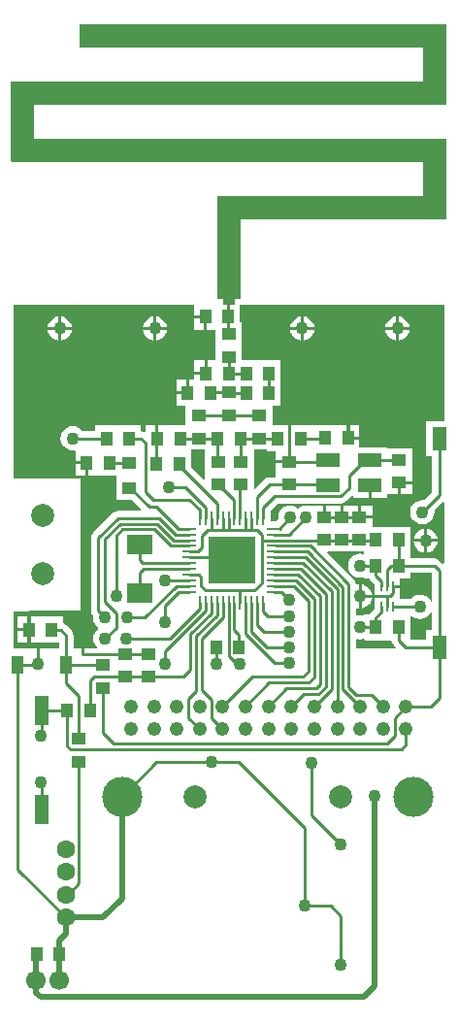
<source format=gtl>
%FSLAX25Y25*%
%MOIN*%
G70*
G01*
G75*
G04 Layer_Physical_Order=1*
G04 Layer_Color=255*
%ADD10R,0.05118X0.03937*%
%ADD11R,0.03937X0.05118*%
%ADD12R,0.00984X0.03347*%
%ADD13R,0.04724X0.10039*%
%ADD14R,0.04331X0.05906*%
%ADD15O,0.04724X0.00984*%
%ADD16O,0.00984X0.04724*%
%ADD17R,0.03937X0.01969*%
%ADD18R,0.07874X0.04724*%
%ADD19R,0.05118X0.04331*%
%ADD20R,0.05118X0.07874*%
%ADD21R,0.09055X0.07087*%
%ADD22C,0.00984*%
%ADD23C,0.01969*%
%ADD24C,0.01000*%
%ADD25R,0.70866X0.07874*%
%ADD26R,0.07874X0.35433*%
%ADD27R,0.07874X0.27559*%
%ADD28R,1.49606X0.07874*%
%ADD29R,0.07874X0.27559*%
%ADD30R,1.25984X0.07874*%
%ADD31C,0.04843*%
%ADD32C,0.07874*%
%ADD33C,0.13780*%
%ADD34C,0.06693*%
%ADD35R,0.16142X0.16142*%
%ADD36C,0.06299*%
%ADD37C,0.04331*%
G36*
X12998Y-51369D02*
X16172D01*
Y-54405D01*
X20701D01*
Y-55405D01*
X16172D01*
Y-58842D01*
D01*
X16172Y-58842D01*
X16172Y-58842D01*
D01*
D01*
Y-58842D01*
X16172D01*
D01*
Y-60270D01*
X14063D01*
X13103Y-60461D01*
X12289Y-61005D01*
X9089Y-64204D01*
X8627Y-64013D01*
Y-58842D01*
D01*
Y-58842D01*
X8628Y-58842D01*
Y-58842D01*
X8628D01*
X8627D01*
Y-50968D01*
D01*
Y-50968D01*
X8780Y-50816D01*
X12998D01*
Y-51369D01*
D02*
G37*
G36*
X69891Y-93381D02*
Y-102776D01*
X69401Y-102874D01*
X69311Y-102657D01*
X68648Y-101793D01*
X67785Y-101131D01*
X66779Y-100714D01*
X65700Y-100572D01*
X64621Y-100714D01*
X63615Y-101131D01*
X62752Y-101793D01*
X62491Y-102133D01*
X58879D01*
Y-101394D01*
Y-98252D01*
X56910D01*
Y-97994D01*
X56959Y-97752D01*
Y-97252D01*
X58879D01*
Y-95169D01*
X62375D01*
Y-93151D01*
X69661D01*
X69891Y-93381D01*
D02*
G37*
G36*
X-8228Y-50969D02*
X-8228D01*
Y-58843D01*
D01*
X-8228Y-58843D01*
X-8228Y-58843D01*
D01*
D01*
Y-58843D01*
X-8228D01*
D01*
Y-60913D01*
X-8689Y-61104D01*
X-12926Y-56868D01*
Y-51369D01*
X-12754D01*
Y-50816D01*
X-8228D01*
Y-50969D01*
D02*
G37*
G36*
X46626Y-86269D02*
X46626Y-86269D01*
X46626Y-86269D01*
X46617Y-86290D01*
X46251Y-86611D01*
X45200Y-86473D01*
X44121Y-86615D01*
X43115Y-87032D01*
X42252Y-87694D01*
X41589Y-88558D01*
X41173Y-89563D01*
X41030Y-90642D01*
X41173Y-91722D01*
X41589Y-92727D01*
X42252Y-93591D01*
X43115Y-94253D01*
X44121Y-94670D01*
X45200Y-94812D01*
X46251Y-94674D01*
X46627Y-95003D01*
Y-95169D01*
X48315D01*
X48790Y-95880D01*
X49972Y-97062D01*
Y-97752D01*
X50020Y-97994D01*
Y-101394D01*
Y-104399D01*
X49972Y-104642D01*
Y-105521D01*
X48790Y-106704D01*
X48449Y-107214D01*
X46627D01*
Y-107449D01*
X46211Y-107727D01*
X46179Y-107713D01*
X45100Y-107571D01*
X44143Y-107697D01*
X43767Y-107368D01*
Y-105502D01*
X44143Y-105172D01*
X44701Y-105245D01*
Y-101143D01*
Y-97038D01*
X44122Y-97114D01*
X43767Y-97048D01*
D01*
X43576Y-96088D01*
X43032Y-95274D01*
X33936Y-86178D01*
X34127Y-85716D01*
X46626D01*
Y-86269D01*
D02*
G37*
G36*
X-11874Y-4642D02*
X-7936D01*
Y-5141D01*
X-7437D01*
Y-9669D01*
X-4528D01*
Y-14942D01*
D01*
X-4528Y-14942D01*
X-4528Y-14942D01*
D01*
D01*
Y-14942D01*
X-4528D01*
D01*
Y-20114D01*
X-7337D01*
Y-24643D01*
X-7836D01*
Y-25142D01*
X-11774D01*
Y-26714D01*
X-13565D01*
Y-31243D01*
X-14064D01*
Y-31742D01*
X-18002D01*
Y-35769D01*
X-14828D01*
Y-42314D01*
X-20628D01*
D01*
X-20628Y-42314D01*
X-20628D01*
Y-42314D01*
D01*
X-24065D01*
Y-46843D01*
X-25065D01*
Y-42314D01*
X-28502D01*
Y-44487D01*
X-28942Y-44723D01*
X-29240Y-44524D01*
X-30200Y-44333D01*
X-30226D01*
Y-42314D01*
X-38100D01*
D01*
X-38100Y-42314D01*
X-38100D01*
Y-42314D01*
D01*
X-45974D01*
Y-44333D01*
X-50314D01*
X-50652Y-43893D01*
X-51515Y-43231D01*
X-52521Y-42814D01*
X-53600Y-42672D01*
X-54679Y-42814D01*
X-55685Y-43231D01*
X-56548Y-43893D01*
X-57211Y-44757D01*
X-57627Y-45763D01*
X-57770Y-46842D01*
X-57627Y-47921D01*
X-57211Y-48926D01*
X-56548Y-49790D01*
X-55685Y-50453D01*
X-54679Y-50869D01*
X-53600Y-51011D01*
X-53050Y-50939D01*
X-52674Y-51269D01*
Y-54742D01*
X-48736D01*
Y-55241D01*
X-48237D01*
Y-59769D01*
X-44800D01*
D01*
X-44800Y-59769D01*
X-44800Y-59769D01*
X-44800D01*
Y-59769D01*
Y-59769D01*
X-38628D01*
Y-59839D01*
X-38628D01*
Y-68106D01*
X-33184D01*
X-30056Y-71234D01*
X-30247Y-71696D01*
X-38031D01*
X-38991Y-71887D01*
X-39805Y-72431D01*
X-46624Y-79250D01*
X-47168Y-80064D01*
X-47359Y-81024D01*
Y-105992D01*
X-47168Y-106952D01*
X-46624Y-107766D01*
X-46497Y-107893D01*
X-46569Y-108442D01*
X-46427Y-109521D01*
X-46011Y-110527D01*
X-45348Y-111390D01*
X-44760Y-111842D01*
Y-112342D01*
X-45348Y-112793D01*
X-46011Y-113657D01*
X-46427Y-114663D01*
X-46569Y-115742D01*
X-46427Y-116821D01*
X-46011Y-117826D01*
X-45348Y-118690D01*
X-45502Y-119142D01*
X-53276D01*
Y-114557D01*
X-53467Y-113597D01*
X-54011Y-112783D01*
X-55926Y-110868D01*
X-56740Y-110324D01*
X-56826Y-110307D01*
Y-108114D01*
X-64346D01*
X-64346Y-108114D01*
Y-108114D01*
X-64700Y-108114D01*
X-64700D01*
X-64700D01*
X-65053Y-108114D01*
X-65054Y-108114D01*
Y-108114D01*
X-68137D01*
Y-112643D01*
Y-117169D01*
X-64700D01*
Y-117169D01*
X-64700D01*
X-64700Y-117169D01*
X-64346Y-117169D01*
X-64346Y-117169D01*
Y-117169D01*
X-58293D01*
Y-119142D01*
X-73751D01*
Y-106442D01*
X-51000D01*
X-50900Y-60599D01*
X-73751D01*
Y-1042D01*
X-11874D01*
Y-4642D01*
D02*
G37*
G36*
X46627Y-116033D02*
Y-116269D01*
X54501D01*
D01*
X54501Y-116269D01*
X54501Y-116269D01*
X54501D01*
Y-116269D01*
Y-116269D01*
X55947D01*
X56120Y-117140D01*
X56664Y-117954D01*
X57390Y-118680D01*
X57199Y-119142D01*
X43767D01*
Y-116114D01*
X44143Y-115785D01*
X45100Y-115910D01*
X46179Y-115768D01*
X46211Y-115755D01*
X46627Y-116033D01*
D02*
G37*
G36*
X73992Y-41077D02*
X67873D01*
Y-52888D01*
X69891D01*
Y-65338D01*
X67117Y-68112D01*
X66568Y-68040D01*
X65489Y-68182D01*
X64483Y-68599D01*
X63619Y-69261D01*
X62957Y-70125D01*
X62540Y-71130D01*
X62398Y-72209D01*
X62540Y-73289D01*
X62957Y-74294D01*
X63619Y-75158D01*
X64483Y-75820D01*
X65489Y-76237D01*
X66568Y-76379D01*
X67647Y-76237D01*
X68652Y-75820D01*
X69516Y-75158D01*
X70179Y-74294D01*
X70595Y-73289D01*
X70737Y-72209D01*
X70665Y-71660D01*
X73530Y-68796D01*
X73992Y-68987D01*
Y-89732D01*
X73530Y-89923D01*
X72474Y-88868D01*
X71660Y-88324D01*
X70700Y-88133D01*
X62375D01*
Y-86114D01*
X62374D01*
Y-77214D01*
X54500D01*
D01*
X54500Y-77214D01*
X54500D01*
Y-77214D01*
D01*
X49328D01*
Y-74405D01*
X44799D01*
Y-73906D01*
X44300D01*
Y-69968D01*
X39300D01*
Y-73906D01*
X38300D01*
Y-69968D01*
X33300D01*
Y-73906D01*
X32300D01*
Y-69968D01*
X28272D01*
Y-69968D01*
X28002Y-70148D01*
X27679Y-70014D01*
X26600Y-69872D01*
X25521Y-70014D01*
X24515Y-70431D01*
X23900Y-70903D01*
X23285Y-70431D01*
X22279Y-70014D01*
X21200Y-69872D01*
X20121Y-70014D01*
X19115Y-70431D01*
X18252Y-71093D01*
X17589Y-71957D01*
X17173Y-72963D01*
X17030Y-74042D01*
X17103Y-74591D01*
X16288Y-75406D01*
X14308D01*
Y-72305D01*
Y-71682D01*
X16770Y-69220D01*
X38537D01*
X39498Y-69029D01*
X40312Y-68485D01*
X42189Y-66608D01*
X42650Y-66799D01*
Y-67203D01*
X48056D01*
Y-62871D01*
X49056D01*
Y-67203D01*
X54461D01*
Y-66016D01*
X57972D01*
Y-62078D01*
X58471D01*
Y-61579D01*
X63000D01*
Y-58142D01*
D01*
Y-58142D01*
X63000Y-58142D01*
Y-58142D01*
X63000D01*
X63000D01*
Y-50268D01*
X54461D01*
Y-49880D01*
X44946D01*
Y-47242D01*
X41008D01*
Y-46743D01*
X40509D01*
Y-42214D01*
X37073D01*
D01*
X37073Y-42214D01*
X37072D01*
Y-42214D01*
D01*
X29198D01*
Y-42314D01*
X28746D01*
Y-42314D01*
X20873D01*
D01*
X20873Y-42314D01*
X20872D01*
Y-42314D01*
D01*
X15028D01*
Y-35769D01*
X17874D01*
Y-26714D01*
X17846D01*
Y-20114D01*
X9973D01*
D01*
X9973Y-20114D01*
X9972D01*
Y-20114D01*
D01*
X4528D01*
Y-14942D01*
D01*
Y-14942D01*
X4528Y-14942D01*
Y-14942D01*
X4528D01*
X4528D01*
Y-7068D01*
X3874D01*
Y-2994D01*
X3909D01*
Y-1097D01*
X3946D01*
X4223Y-1042D01*
X73992D01*
Y-41077D01*
D02*
G37*
G36*
X69891Y-106707D02*
Y-112731D01*
X67873D01*
Y-116127D01*
X62375D01*
Y-107979D01*
X62423Y-107942D01*
X62823Y-107745D01*
X63615Y-108353D01*
X64621Y-108769D01*
X65700Y-108911D01*
X66779Y-108769D01*
X67785Y-108353D01*
X68648Y-107690D01*
X69311Y-106826D01*
X69401Y-106609D01*
X69891Y-106707D01*
D02*
G37*
%LPC*%
G36*
X63000Y-62579D02*
X58972D01*
Y-66016D01*
X63000D01*
Y-62579D01*
D02*
G37*
G36*
X49328Y-69968D02*
X45300D01*
Y-73405D01*
X49328D01*
Y-69968D01*
D02*
G37*
G36*
X44946Y-42214D02*
X41509D01*
Y-46242D01*
X44946D01*
Y-42214D01*
D02*
G37*
G36*
X-49237Y-55742D02*
X-52674D01*
Y-59769D01*
X-49237D01*
Y-55742D01*
D02*
G37*
G36*
X49305Y-101642D02*
X45701D01*
Y-105245D01*
X46280Y-105169D01*
X47286Y-104753D01*
X48149Y-104090D01*
X48812Y-103226D01*
X49228Y-102221D01*
X49305Y-101642D01*
D02*
G37*
G36*
X45701Y-97038D02*
Y-100642D01*
X49305D01*
X49228Y-100063D01*
X48812Y-99057D01*
X48149Y-98193D01*
X47286Y-97531D01*
X46280Y-97114D01*
X45701Y-97038D01*
D02*
G37*
G36*
X-69137Y-113142D02*
X-72574D01*
Y-117169D01*
X-69137D01*
Y-113142D01*
D02*
G37*
G36*
Y-108114D02*
X-72574D01*
Y-112142D01*
X-69137D01*
Y-108114D01*
D02*
G37*
G36*
X67172Y-77838D02*
X66593Y-77914D01*
X65588Y-78331D01*
X64724Y-78993D01*
X64061Y-79857D01*
X63645Y-80863D01*
X63569Y-81442D01*
X67172D01*
Y-77838D01*
D02*
G37*
G36*
X68172D02*
Y-81442D01*
X71776D01*
X71700Y-80863D01*
X71283Y-79857D01*
X70621Y-78993D01*
X69757Y-78331D01*
X68752Y-77914D01*
X68172Y-77838D01*
D02*
G37*
G36*
X67172Y-82442D02*
X63569D01*
X63645Y-83021D01*
X64061Y-84026D01*
X64724Y-84890D01*
X65588Y-85553D01*
X66593Y-85969D01*
X67172Y-86045D01*
Y-82442D01*
D02*
G37*
G36*
X71776D02*
X68172D01*
Y-86045D01*
X68752Y-85969D01*
X69757Y-85553D01*
X70621Y-84890D01*
X71283Y-84026D01*
X71700Y-83021D01*
X71776Y-82442D01*
D02*
G37*
G36*
X-14565Y-26714D02*
X-18002D01*
Y-30742D01*
X-14565D01*
Y-26714D01*
D02*
G37*
G36*
X-24827Y-5038D02*
Y-8642D01*
X-21223D01*
X-21299Y-8063D01*
X-21716Y-7057D01*
X-22378Y-6193D01*
X-23242Y-5531D01*
X-24248Y-5114D01*
X-24827Y-5038D01*
D02*
G37*
G36*
X57472D02*
X56893Y-5114D01*
X55888Y-5531D01*
X55024Y-6193D01*
X54361Y-7057D01*
X53945Y-8063D01*
X53869Y-8642D01*
X57472D01*
Y-5038D01*
D02*
G37*
G36*
X-8437Y-5642D02*
X-11874D01*
Y-9669D01*
X-8437D01*
Y-5642D01*
D02*
G37*
G36*
X-25827Y-5038D02*
X-26406Y-5114D01*
X-27411Y-5531D01*
X-28275Y-6193D01*
X-28938Y-7057D01*
X-29354Y-8063D01*
X-29430Y-8642D01*
X-25827D01*
Y-5038D01*
D02*
G37*
G36*
X58472D02*
Y-8642D01*
X62076D01*
X62000Y-8063D01*
X61583Y-7057D01*
X60921Y-6193D01*
X60057Y-5531D01*
X59052Y-5114D01*
X58472Y-5038D01*
D02*
G37*
G36*
X24772Y-5037D02*
X24193Y-5113D01*
X23188Y-5529D01*
X22324Y-6192D01*
X21662Y-7055D01*
X21245Y-8061D01*
X21169Y-8640D01*
X24772D01*
Y-5037D01*
D02*
G37*
G36*
X25772D02*
Y-8640D01*
X29376D01*
X29300Y-8061D01*
X28883Y-7055D01*
X28221Y-6192D01*
X27357Y-5529D01*
X26352Y-5113D01*
X25772Y-5037D01*
D02*
G37*
G36*
X-58528D02*
X-59107Y-5113D01*
X-60112Y-5529D01*
X-60976Y-6192D01*
X-61638Y-7055D01*
X-62055Y-8061D01*
X-62131Y-8640D01*
X-58528D01*
Y-5037D01*
D02*
G37*
G36*
X-57528D02*
Y-8640D01*
X-53924D01*
X-54000Y-8061D01*
X-54417Y-7055D01*
X-55079Y-6192D01*
X-55943Y-5529D01*
X-56948Y-5113D01*
X-57528Y-5037D01*
D02*
G37*
G36*
X-21223Y-9642D02*
X-24827D01*
Y-13245D01*
X-24248Y-13169D01*
X-23242Y-12753D01*
X-22378Y-12090D01*
X-21716Y-11226D01*
X-21299Y-10221D01*
X-21223Y-9642D01*
D02*
G37*
G36*
X57472D02*
X53869D01*
X53945Y-10221D01*
X54361Y-11226D01*
X55024Y-12090D01*
X55888Y-12753D01*
X56893Y-13169D01*
X57472Y-13245D01*
Y-9642D01*
D02*
G37*
G36*
X-8337Y-20114D02*
X-11774D01*
Y-24142D01*
X-8337D01*
Y-20114D01*
D02*
G37*
G36*
X-25827Y-9642D02*
X-29430D01*
X-29354Y-10221D01*
X-28938Y-11226D01*
X-28275Y-12090D01*
X-27411Y-12753D01*
X-26406Y-13169D01*
X-25827Y-13245D01*
Y-9642D01*
D02*
G37*
G36*
X62076D02*
X58472D01*
Y-13245D01*
X59052Y-13169D01*
X60057Y-12753D01*
X60921Y-12090D01*
X61583Y-11226D01*
X62000Y-10221D01*
X62076Y-9642D01*
D02*
G37*
G36*
X24772Y-9640D02*
X21169D01*
X21245Y-10219D01*
X21662Y-11225D01*
X22324Y-12088D01*
X23188Y-12751D01*
X24193Y-13168D01*
X24772Y-13244D01*
Y-9640D01*
D02*
G37*
G36*
X29376D02*
X25772D01*
Y-13244D01*
X26352Y-13168D01*
X27357Y-12751D01*
X28221Y-12088D01*
X28883Y-11225D01*
X29300Y-10219D01*
X29376Y-9640D01*
D02*
G37*
G36*
X-58528D02*
X-62131D01*
X-62055Y-10219D01*
X-61638Y-11225D01*
X-60976Y-12088D01*
X-60112Y-12751D01*
X-59107Y-13168D01*
X-58528Y-13244D01*
Y-9640D01*
D02*
G37*
G36*
X-53924D02*
X-57528D01*
Y-13244D01*
X-56948Y-13168D01*
X-55943Y-12751D01*
X-55079Y-12088D01*
X-54417Y-11225D01*
X-54000Y-10219D01*
X-53924Y-9640D01*
D02*
G37*
%LPD*%
D10*
X32800Y-73905D02*
D03*
Y-81779D02*
D03*
X38800Y-73905D02*
D03*
Y-81779D02*
D03*
X44800D02*
D03*
Y-73905D02*
D03*
X0Y-38979D02*
D03*
Y-31105D02*
D03*
X-10300Y-46879D02*
D03*
Y-39005D02*
D03*
X-3700Y-62780D02*
D03*
Y-54906D02*
D03*
X4100Y-62779D02*
D03*
Y-54905D02*
D03*
X10500Y-46879D02*
D03*
Y-39005D02*
D03*
X0Y-11005D02*
D03*
Y-18879D02*
D03*
X-27400Y-128779D02*
D03*
Y-120905D02*
D03*
X58472Y-62079D02*
D03*
Y-54205D02*
D03*
X20700Y-54905D02*
D03*
Y-62779D02*
D03*
X-35600Y-120905D02*
D03*
Y-128779D02*
D03*
X-51400Y-150005D02*
D03*
Y-157879D02*
D03*
X-43200Y-132679D02*
D03*
Y-124805D02*
D03*
D11*
X50563Y-81742D02*
D03*
X58437D02*
D03*
X58438Y-111742D02*
D03*
X50564D02*
D03*
X58438Y-90642D02*
D03*
X50564D02*
D03*
X-58163Y-223842D02*
D03*
X-66037D02*
D03*
X-3765Y-46842D02*
D03*
X4109D02*
D03*
X-14065Y-31242D02*
D03*
X-6191D02*
D03*
X-16691Y-46842D02*
D03*
X-24565D02*
D03*
X16935D02*
D03*
X24810D02*
D03*
X33135Y-46742D02*
D03*
X41009D02*
D03*
X6063Y-31242D02*
D03*
X13937D02*
D03*
X13909Y-24642D02*
D03*
X6035D02*
D03*
X-7837D02*
D03*
X37D02*
D03*
X-7937Y-5142D02*
D03*
X-63D02*
D03*
X-55437Y-140342D02*
D03*
X-47563D02*
D03*
X-4337Y-118642D02*
D03*
X3537D02*
D03*
X-24737Y-55642D02*
D03*
X-16863D02*
D03*
X-40863Y-55242D02*
D03*
X-48737D02*
D03*
X-68637Y-112642D02*
D03*
X-60763D02*
D03*
X-42037Y-46842D02*
D03*
X-34163D02*
D03*
D12*
X52481Y-104642D02*
D03*
X54450D02*
D03*
X56418D02*
D03*
Y-97752D02*
D03*
X54450D02*
D03*
X52481D02*
D03*
D13*
X-64300Y-140314D02*
D03*
Y-174369D02*
D03*
D14*
X-55785Y-124742D02*
D03*
X-72615D02*
D03*
D15*
X-13595Y-99568D02*
D03*
Y-97600D02*
D03*
Y-95631D02*
D03*
Y-93663D02*
D03*
Y-91694D02*
D03*
Y-89726D02*
D03*
Y-87757D02*
D03*
Y-85789D02*
D03*
Y-83820D02*
D03*
Y-81852D02*
D03*
Y-79883D02*
D03*
Y-77915D02*
D03*
X15539D02*
D03*
Y-79883D02*
D03*
Y-81852D02*
D03*
Y-83820D02*
D03*
Y-85789D02*
D03*
Y-87757D02*
D03*
Y-89726D02*
D03*
Y-91694D02*
D03*
Y-93663D02*
D03*
Y-95631D02*
D03*
Y-97600D02*
D03*
Y-99568D02*
D03*
D16*
X-9854Y-74175D02*
D03*
X-7886D02*
D03*
X-5917D02*
D03*
X-3949D02*
D03*
X-1980D02*
D03*
X-12D02*
D03*
X1957D02*
D03*
X3925D02*
D03*
X5894D02*
D03*
X7862D02*
D03*
X9831D02*
D03*
X11799D02*
D03*
Y-103309D02*
D03*
X9831D02*
D03*
X7862D02*
D03*
X5894D02*
D03*
X3925D02*
D03*
X1957D02*
D03*
X-12D02*
D03*
X-1980D02*
D03*
X-3949D02*
D03*
X-5917D02*
D03*
X-7886D02*
D03*
X-9854D02*
D03*
D17*
X-28Y-42D02*
D03*
D18*
X48556Y-62872D02*
D03*
X33989Y-54211D02*
D03*
Y-62872D02*
D03*
X48556Y-54211D02*
D03*
D19*
X-34100Y-63972D02*
D03*
Y-55311D02*
D03*
D20*
X72400Y-46983D02*
D03*
Y-118636D02*
D03*
D21*
X-30500Y-100010D02*
D03*
Y-83474D02*
D03*
D22*
X-38500Y-101100D02*
Y-80242D01*
X-36400Y-78142D01*
X33295Y-54905D02*
X33989Y-54211D01*
X20700Y-54905D02*
X33295D01*
X26072Y-207442D02*
Y-180742D01*
X3372Y-158042D02*
X26072Y-180742D01*
X-6000Y-158042D02*
X3372D01*
X28400Y-176469D02*
X38372Y-186442D01*
X28400Y-176469D02*
Y-158242D01*
X-3765Y-54842D02*
Y-46842D01*
X-68637Y-118142D02*
X-65600D01*
X-65500Y-118242D01*
Y-124442D02*
Y-118242D01*
X-65800Y-124742D02*
X-65500Y-124442D01*
X-72615Y-124742D02*
X-65800D01*
X-72615Y-194848D02*
Y-124742D01*
Y-194848D02*
X-56000Y-211464D01*
X-24800Y-158042D02*
X-6000D01*
X-36600Y-169842D02*
X-24800Y-158042D01*
X-4337Y-124405D02*
Y-118642D01*
X-68637Y-118142D02*
Y-112642D01*
Y-106579D01*
X-68500Y-106442D01*
X-51000D01*
X-50337Y-107105D01*
Y-120905D02*
Y-107105D01*
Y-120905D02*
X-35600D01*
X-27400D01*
X-24737Y-55642D02*
Y-47014D01*
X-55785Y-124742D02*
Y-114557D01*
X-57700Y-112642D02*
X-55785Y-114557D01*
X-60763Y-112642D02*
X-57700D01*
X-51400Y-150005D02*
Y-135242D01*
X-55785Y-130857D02*
X-51400Y-135242D01*
X-55785Y-130857D02*
Y-124742D01*
X-55722Y-124805D01*
X57006Y-142847D02*
X60943Y-138910D01*
X57006Y-149167D02*
Y-142847D01*
X-39469Y-151773D02*
X54400D01*
X57006Y-149167D01*
X-22000Y-124442D02*
Y-120154D01*
X-21999Y-104451D02*
X-17116Y-99568D01*
X-21999Y-110142D02*
Y-104451D01*
X-21989Y-95631D02*
X-13595D01*
X-21999Y-95642D02*
X-21989Y-95631D01*
X-35100Y-115742D02*
X-20372D01*
X-28773Y-108442D02*
X-17932Y-97600D01*
X-35000Y-108442D02*
X-28773D01*
X-17932Y-97600D02*
X-13595D01*
X-44850Y-81024D02*
X-38031Y-74205D01*
X-44850Y-105992D02*
X-42400Y-108442D01*
X-44850Y-105992D02*
Y-81024D01*
X-42542Y-103150D02*
X-38642Y-107050D01*
X-42542Y-103150D02*
Y-81500D01*
X-37215Y-76173D01*
X-38642Y-111984D02*
Y-107050D01*
X-42400Y-115742D02*
X-38642Y-111984D01*
X20758Y-79883D02*
X26600Y-74042D01*
X15539Y-79883D02*
X20758D01*
X55700Y-90642D02*
X58438D01*
X58437Y-90641D02*
Y-81742D01*
X49953Y-81852D02*
X50564Y-81242D01*
X15539Y-81852D02*
X49953D01*
X70700Y-90642D02*
X72400Y-92342D01*
Y-118636D02*
Y-92342D01*
X60895Y-118636D02*
X72400D01*
X58438Y-116180D02*
X60895Y-118636D01*
X72400Y-136042D02*
Y-118636D01*
X58438Y-116180D02*
Y-111742D01*
X54450Y-91892D02*
X55700Y-90642D01*
X54450Y-97752D02*
Y-91892D01*
X50564Y-111742D02*
Y-108478D01*
X52481Y-106561D01*
Y-104642D01*
X50564Y-94105D02*
Y-90642D01*
Y-94105D02*
X52481Y-96023D01*
Y-97752D02*
Y-96023D01*
X45200Y-90642D02*
X50563D01*
X45100Y-111741D02*
X50563D01*
X58438Y-90642D02*
X70700D01*
X-17116Y-99568D02*
X-13595D01*
X72400Y-66377D02*
Y-46983D01*
X66568Y-72209D02*
X72400Y-66377D01*
X-16863Y-56479D02*
Y-55342D01*
Y-56479D02*
X-3949Y-69393D01*
Y-74175D02*
Y-69393D01*
X-19400Y-63542D02*
X-15016D01*
X-7886Y-70672D01*
Y-74175D02*
Y-70672D01*
X1957Y-74175D02*
Y-67998D01*
X-1800Y-64242D02*
X1957Y-67998D01*
X-2239Y-64242D02*
X-1800D01*
X-3700Y-62780D02*
X-2239Y-64242D01*
X-3700Y-62780D02*
X-3361D01*
X-13400Y-67942D02*
X-9854Y-71487D01*
X-26000Y-67942D02*
X-13400D01*
X-9854Y-74175D02*
Y-71487D01*
X49001Y-134842D02*
X53069Y-138910D01*
X43911Y-134842D02*
X49001D01*
X41258Y-132189D02*
X43911Y-134842D01*
X41258Y-132189D02*
Y-97048D01*
X28031Y-83820D02*
X41258Y-97048D01*
X15539Y-85789D02*
X27215D01*
X39290Y-133005D02*
X45195Y-138910D01*
X39290Y-133005D02*
Y-97863D01*
X27215Y-85789D02*
X39290Y-97863D01*
X-13860Y-136302D02*
X-11100Y-133542D01*
X-13860Y-142847D02*
Y-136302D01*
X-12Y-121708D02*
Y-103309D01*
Y-121708D02*
X2722Y-124442D01*
X3800D01*
X1957Y-112642D02*
Y-103309D01*
Y-112642D02*
X3537Y-114222D01*
Y-118642D02*
Y-114222D01*
X-2049Y-138910D02*
X8025Y-128836D01*
X25484D01*
X-3949Y-107670D02*
Y-103309D01*
X7862Y-113220D02*
Y-103309D01*
Y-113220D02*
X13284Y-118642D01*
X9831Y-111072D02*
X12000Y-113242D01*
X15900Y-124042D02*
X20700D01*
X5894Y-114035D02*
X15900Y-124042D01*
X13284Y-118642D02*
X20700D01*
X5894Y-114035D02*
Y-103309D01*
X9831Y-111072D02*
Y-103309D01*
X12000Y-113242D02*
X20700D01*
X18027Y-99568D02*
X20700Y-102242D01*
Y-102442D02*
Y-102242D01*
X13300Y-107842D02*
X20700D01*
X11799Y-106341D02*
X13300Y-107842D01*
X11799Y-106341D02*
Y-103309D01*
X15539Y-97600D02*
X22323D01*
X27479Y-102756D01*
Y-126842D02*
Y-102756D01*
X25484Y-128836D02*
X27479Y-126842D01*
X19658Y-95631D02*
X23138D01*
X29447Y-101940D01*
Y-128858D02*
Y-101940D01*
X27500Y-130805D02*
X29447Y-128858D01*
X13931Y-130805D02*
X27500D01*
X5825Y-138910D02*
X13931Y-130805D01*
X20473Y-93663D02*
X23954D01*
X31416Y-101125D01*
Y-131342D02*
Y-101125D01*
X29984Y-132773D02*
X31416Y-131342D01*
X19836Y-132773D02*
X29984D01*
X13699Y-138910D02*
X19836Y-132773D01*
X30832Y-134742D02*
X33384Y-132189D01*
X25742Y-134742D02*
X30832D01*
X21573Y-138910D02*
X25742Y-134742D01*
X33384Y-132189D02*
Y-100310D01*
X24769Y-91694D02*
X33384Y-100310D01*
X15539Y-89726D02*
X25585D01*
X29447Y-138910D02*
X35353Y-133005D01*
Y-99494D01*
X25585Y-89726D02*
X35353Y-99494D01*
X22919Y-87757D02*
X26400D01*
X37321Y-98679D01*
Y-138910D02*
Y-98679D01*
X15539Y-87757D02*
X22919D01*
X29019Y-138482D02*
X29447Y-138910D01*
X20000Y-91694D02*
X21288D01*
X15539D02*
X20000D01*
X20000Y-91694D01*
X24769D01*
X15539Y-93663D02*
X15539Y-93663D01*
X20473D01*
X15539Y-95631D02*
X19658D01*
X17327Y-77915D02*
X21200Y-74042D01*
X-8000Y-99042D02*
X3925D01*
Y-103309D02*
Y-99042D01*
X-13595Y-93663D02*
X-10279D01*
X-9400Y-94542D01*
Y-97642D02*
Y-94542D01*
Y-97642D02*
X-8000Y-99042D01*
X11310Y-81852D02*
X15539D01*
X11300Y-96644D02*
Y-79942D01*
X5894Y-78235D02*
Y-74175D01*
X-7300Y-78342D02*
X9700D01*
X7862Y-78180D02*
Y-74175D01*
X-1980Y-78322D02*
Y-74175D01*
X-12Y-78130D02*
Y-74175D01*
X-5917Y-78024D02*
Y-74175D01*
X-13595Y-85789D02*
X-10547D01*
X-9200Y-84442D01*
Y-80242D01*
X-7300Y-78342D01*
X9700D02*
X11300Y-79942D01*
X3925Y-99042D02*
X8902D01*
X11300Y-96644D01*
X-30500Y-100010D02*
X-29468D01*
X-30500Y-83474D02*
X-29268D01*
X-13860Y-142847D02*
X-9923Y-146784D01*
X-1980Y-108486D02*
Y-103309D01*
X16100Y-83820D02*
X28031D01*
X15539Y-99568D02*
X18027D01*
X7862Y-103309D02*
X7862Y-103309D01*
X-18906Y-81852D02*
X-13595D01*
X-24585Y-76173D02*
X-18906Y-81852D01*
X-37215Y-76173D02*
X-24585D01*
X-36400Y-78142D02*
X-25400D01*
X-19721Y-83820D02*
X-13595D01*
X-25400Y-78142D02*
X-19721Y-83820D01*
X-55585Y-123757D02*
Y-123042D01*
X-55348Y-203590D02*
X-51374Y-199616D01*
Y-185842D01*
X-51400Y-185816D02*
X-51374Y-185842D01*
X-51400Y-185816D02*
Y-157879D01*
X-56000Y-203590D02*
X-55348D01*
X-64300Y-148942D02*
Y-140314D01*
Y-174369D02*
Y-165142D01*
X-63Y-5142D02*
Y-77D01*
X-28Y-42D01*
X-63Y-10942D02*
Y-5142D01*
X0Y-24605D02*
Y-18879D01*
Y-24605D02*
X37Y-24642D01*
X6035D01*
X13909Y-31214D02*
Y-24642D01*
X137Y-31242D02*
X6063D01*
X0Y-31105D02*
X137Y-31242D01*
X-6053Y-31105D02*
X0D01*
Y-38979D02*
X10474D01*
X-10274D02*
X0D01*
X10500Y-46879D02*
X16898D01*
X24810Y-46842D02*
X33035D01*
X-10263D02*
X-3765D01*
X-16654Y-46879D02*
X-10300D01*
X4109Y-54895D02*
Y-46842D01*
X3925Y-74175D02*
Y-62954D01*
X4100Y-62779D01*
X4109Y-46842D02*
X10463D01*
X9831Y-74175D02*
Y-67011D01*
X14063Y-62779D01*
X33895D02*
X33989Y-62872D01*
X48556Y-54211D02*
X58466D01*
X58472Y-54205D01*
X11799Y-74175D02*
Y-70643D01*
X41307Y-59735D02*
X46831Y-54211D01*
X48556D01*
X-28600Y-65342D02*
X-26000Y-67942D01*
X-34163Y-46842D02*
X-30200D01*
X-28600Y-48442D01*
X-53600Y-46842D02*
X-42037D01*
X-28600Y-65342D02*
Y-48442D01*
X-40863Y-55242D02*
X-40794Y-55311D01*
X-40863Y-55242D02*
X-34169D01*
X-11100Y-114822D02*
X-3949Y-107670D01*
X-11100Y-133542D02*
Y-114822D01*
X-5986Y-142847D02*
X-2049Y-146784D01*
X-5986Y-142847D02*
Y-136542D01*
X-9132Y-133396D02*
X-5986Y-136542D01*
X-5917Y-106855D02*
Y-103309D01*
X-13069Y-114006D02*
X-5917Y-106855D01*
X-13069Y-126210D02*
Y-114006D01*
X-15637Y-128779D02*
X-13069Y-126210D01*
X-27400Y-128779D02*
X-15637D01*
X-9132Y-133396D02*
Y-115637D01*
X-1980Y-108486D01*
X-64300Y-140314D02*
X-55465D01*
X-18090Y-79883D02*
X-13595D01*
X-17275Y-77915D02*
X-13595D01*
X-24717Y-70473D02*
X-17275Y-77915D01*
X-27268Y-70473D02*
X-24717D01*
X-33769Y-63972D02*
X-27268Y-70473D01*
X-34100Y-63972D02*
X-33769D01*
X-29384Y-89726D02*
X-13595D01*
X-29400Y-89742D02*
X-29384Y-89726D01*
X-30500Y-88642D02*
Y-83474D01*
Y-88642D02*
X-29400Y-89742D01*
X-28569Y-91694D02*
X-13595D01*
X-28585Y-91710D02*
X-28569Y-91694D01*
X-29269Y-91710D02*
X-28585D01*
X-30500Y-100010D02*
Y-92942D01*
X-29269Y-91710D01*
X-7886Y-106040D02*
Y-103309D01*
X-9854Y-105224D02*
Y-103309D01*
X-20372Y-115742D02*
X-9854Y-105224D01*
X-22000Y-120154D02*
X-7886Y-106040D01*
X-47563Y-140342D02*
Y-130005D01*
X-46337Y-128779D01*
X-35600D01*
X-55722Y-124805D02*
X-43200D01*
X-35600Y-128779D02*
X-27400D01*
X-43200Y-148042D02*
Y-132679D01*
X-55437Y-140342D02*
X-55435Y-140343D01*
Y-152585D02*
Y-140343D01*
Y-152585D02*
X-54278Y-153742D01*
X60943Y-138910D02*
X69532D01*
X72400Y-136042D01*
X60943Y-152098D02*
Y-146784D01*
X59300Y-153742D02*
X60943Y-152098D01*
X-54278Y-153742D02*
X59300D01*
X-43200Y-148042D02*
X-39469Y-151773D01*
X-38031Y-74205D02*
X-23769D01*
X-18090Y-79883D01*
X11799Y-70643D02*
X15731Y-66711D01*
X38537D01*
X41307Y-63942D01*
Y-59735D01*
X32800Y-73905D02*
X38800D01*
X44800D01*
X56418Y-104642D02*
X63600D01*
X56418Y-100037D02*
Y-97752D01*
X55313Y-101142D02*
X56418Y-100037D01*
X54450Y-104642D02*
Y-101192D01*
X45201Y-101142D02*
X55313D01*
X20700Y-62779D02*
X33895D01*
X14063D02*
X20700D01*
Y-54905D02*
Y-39642D01*
X41000D01*
Y-46732D02*
Y-39642D01*
X38372Y-227542D02*
Y-210842D01*
X26072Y-207442D02*
X34972D01*
X38372Y-210842D01*
X-13595Y-87757D02*
X-12D01*
D23*
X-36600Y-204842D02*
Y-169842D01*
X-43222Y-211464D02*
X-36600Y-204842D01*
X-56000Y-211464D02*
X-43222D01*
X-56000Y-217042D02*
Y-211464D01*
X-58163Y-219205D02*
X-56000Y-217042D01*
X-58163Y-223842D02*
Y-219205D01*
X-58263Y-233142D02*
Y-223942D01*
X-66137Y-237205D02*
X-64700Y-238642D01*
X-66137Y-237205D02*
Y-233142D01*
Y-223942D01*
X-64700Y-238642D02*
X46472D01*
X50000Y-235114D01*
Y-169642D01*
D24*
X-28Y3458D02*
X109Y3321D01*
D25*
X39380Y32406D02*
D03*
D26*
X9Y18627D02*
D03*
D27*
X70876Y42249D02*
D03*
Y81619D02*
D03*
D28*
X10Y52091D02*
D03*
Y71776D02*
D03*
D29*
X-70857Y61934D02*
D03*
D30*
X11821Y91461D02*
D03*
D31*
X-33545Y-146784D02*
D03*
Y-138910D02*
D03*
X-25671Y-146784D02*
D03*
Y-138910D02*
D03*
X-17797Y-146784D02*
D03*
Y-138910D02*
D03*
X-9923Y-146784D02*
D03*
Y-138910D02*
D03*
X-2049Y-146784D02*
D03*
Y-138910D02*
D03*
X5825Y-146784D02*
D03*
Y-138910D02*
D03*
X13699Y-146784D02*
D03*
Y-138910D02*
D03*
X21573Y-146784D02*
D03*
Y-138910D02*
D03*
X29447Y-146784D02*
D03*
Y-138910D02*
D03*
X37321Y-146784D02*
D03*
Y-138910D02*
D03*
X45195Y-146784D02*
D03*
Y-138910D02*
D03*
X53069Y-146784D02*
D03*
Y-138910D02*
D03*
X60943Y-146784D02*
D03*
Y-138910D02*
D03*
D32*
X38400Y-169842D02*
D03*
X-11600D02*
D03*
X-64000Y-93184D02*
D03*
Y-73499D02*
D03*
D33*
X63400Y-169842D02*
D03*
X-36600D02*
D03*
D34*
X-66137Y-233142D02*
D03*
X-58263D02*
D03*
D35*
X972Y-88742D02*
D03*
D36*
X-56000Y-211464D02*
D03*
Y-203590D02*
D03*
Y-195716D02*
D03*
Y-187842D02*
D03*
D37*
X26072Y-207442D02*
D03*
X67672Y-81942D02*
D03*
X57972Y-9142D02*
D03*
X25272Y-9140D02*
D03*
X-25327Y-9142D02*
D03*
X-58028Y-9140D02*
D03*
X-65500Y-124442D02*
D03*
X-6000Y-158042D02*
D03*
X50000Y-169642D02*
D03*
X65700Y-104742D02*
D03*
X45100Y-111741D02*
D03*
X45200Y-90642D02*
D03*
X66568Y-72209D02*
D03*
X-20700Y-63542D02*
D03*
X28400Y-158242D02*
D03*
X3800Y-124442D02*
D03*
X-4300D02*
D03*
X20700Y-124042D02*
D03*
Y-118642D02*
D03*
Y-113242D02*
D03*
Y-107842D02*
D03*
Y-102442D02*
D03*
X26600Y-74042D02*
D03*
X21200D02*
D03*
X-42400Y-115742D02*
D03*
X-38500Y-101100D02*
D03*
X-35100Y-115742D02*
D03*
X-64400Y-149042D02*
D03*
Y-165042D02*
D03*
X6878Y-82836D02*
D03*
Y-88742D02*
D03*
Y-94647D02*
D03*
X972D02*
D03*
X-4933Y-88742D02*
D03*
Y-82836D02*
D03*
Y-94647D02*
D03*
X972Y-82836D02*
D03*
X-53600Y-46842D02*
D03*
X-42400Y-108442D02*
D03*
X-22000Y-124442D02*
D03*
X-21999Y-95642D02*
D03*
X-35000Y-108442D02*
D03*
X-21999Y-110142D02*
D03*
X38372Y-186442D02*
D03*
X45201Y-101142D02*
D03*
X38372Y-227542D02*
D03*
M02*

</source>
